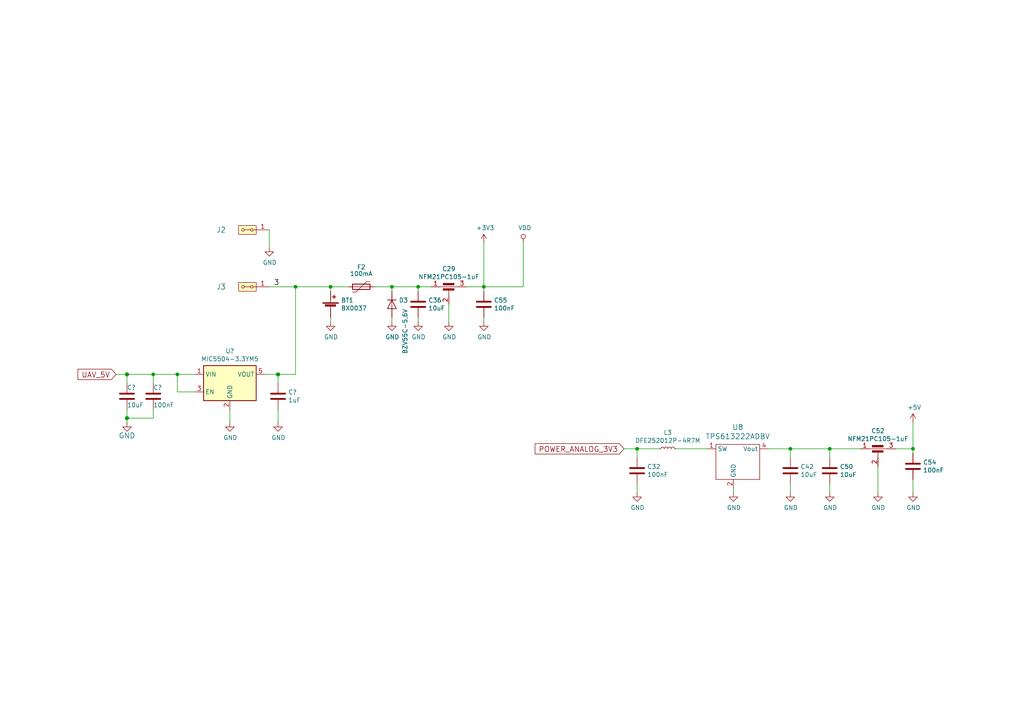
<source format=kicad_sch>
(kicad_sch (version 20211123) (generator eeschema)
  (paper "A4")
  (title_block (date "2022-03-30") (rev "SPACEDOS02B") (company "UST"))
  (lib_symbols
    (symbol "Device:Battery_Cell" (pin_numbers hide) (pin_names (offset 0) hide)
      (property "Reference" "BT" (at 2.54 2.54 0))
      (property "Value" "Battery_Cell" (at 2.54 0 0))
      (symbol "Battery_Cell_0_1"
        (rectangle (start -2.286 1.778) (end 2.286 1.524) (fill (type outline)))
        (rectangle (start -1.5748 1.1938) (end 1.4732 0.6858) (fill (type outline)))
        (polyline (pts (xy 0 0.762) (xy 0 0)))
        (polyline (pts (xy 0 1.778) (xy 0 2.54)))
        (polyline (pts (xy 0.508 3.429) (xy 1.524 3.429)) (stroke (width 0.254)))
        (polyline (pts (xy 1.016 3.937) (xy 1.016 2.921)) (stroke (width 0.254)))
      )
      (symbol "Battery_Cell_1_1"
        (pin passive line (at 0 5.08 270) (length 2.54) (name "+") (number "1"))
        (pin passive line (at 0 -2.54 90) (length 2.54) (name "-") (number "2"))
      )
    )
    (symbol "Device:C" (pin_numbers hide) (pin_names (offset 0.254))
      (property "Reference" "C" (at 0.635 2.54 0))
      (property "Value" "C" (at 0.635 -2.54 0))
      (symbol "C_0_1"
        (polyline (pts (xy -2.032 -0.762) (xy 2.032 -0.762)) (stroke (width 0.508)))
        (polyline (pts (xy -2.032 0.762) (xy 2.032 0.762)) (stroke (width 0.508)))
      )
      (symbol "C_1_1"
        (pin passive line (at 0 3.81 270) (length 2.794) (name "~") (number "1"))
        (pin passive line (at 0 -3.81 90) (length 2.794) (name "~") (number "2"))
      )
    )
    (symbol "Device:L_Small" (pin_numbers hide) (pin_names (offset 0.254) hide)
      (property "Reference" "L" (at 0.762 1.016 0))
      (property "Value" "L_Small" (at 0.762 -1.016 0))
      (symbol "L_Small_0_1"
        (arc (start 0 -2.032) (mid 0.508 -1.524) (end 0 -1.016))
        (arc (start 0 -1.016) (mid 0.508 -0.508) (end 0 0))
        (arc (start 0 0) (mid 0.508 0.508) (end 0 1.016))
        (arc (start 0 1.016) (mid 0.508 1.524) (end 0 2.032))
      )
      (symbol "L_Small_1_1"
        (pin passive line (at 0 2.54 270) (length 0.508) (name "~") (number "1"))
        (pin passive line (at 0 -2.54 90) (length 0.508) (name "~") (number "2"))
      )
    )
    (symbol "MLAB_HEADER:HEADER_2x01_PARALLEL" (pin_names (offset 1.016))
      (property "Reference" "J" (at 0 -2.54 0))
      (property "Value" "HEADER_2x01_PARALLEL" (at 0 2.54 0))
      (symbol "HEADER_2x01_PARALLEL_0_1"
        (rectangle (start -2.54 1.27) (end 2.54 -1.27) (fill (type background)))
        (circle (center -1.27 0) (radius 0.381))
        (polyline (pts (xy -1.651 0) (xy -2.54 0)))
        (polyline (pts (xy -0.889 0) (xy 0.889 0)))
        (circle (center 1.27 0) (radius 0.381))
      )
      (symbol "HEADER_2x01_PARALLEL_1_1"
        (pin input line (at -6.35 0 0) (length 3.81) (name "~") (number "1"))
        (pin input line (at -6.35 0 0) (length 3.81) hide (name "~") (number "2"))
      )
    )
    (symbol "MLAB_IO:TPS61322xA"
      (property "Reference" "U" (at 0 0 0))
      (property "Value" "TPS61322xA" (at 7.62 7.62 0))
      (symbol "TPS61322xA_0_1"
        (rectangle (start -5.08 3.81) (end 7.62 -6.35))
      )
      (symbol "TPS61322xA_1_1"
        (pin unspecified line (at -7.62 2.54 0) (length 2.54) (name "SW") (number "1"))
        (pin unspecified line (at 0 -8.89 90) (length 2.54) (name "GND") (number "2"))
        (pin unspecified line (at 10.16 2.54 180) (length 2.54) (name "Vout") (number "4"))
      )
    )
    (symbol "Regulator_Linear:MIC5504-3.3YM5"
      (property "Reference" "U" (at -7.62 8.89 0))
      (property "Value" "MIC5504-3.3YM5" (at -7.62 6.35 0))
      (symbol "MIC5504-3.3YM5_0_1"
        (rectangle (start -7.62 -5.08) (end 7.62 5.08) (stroke (width 0.254)) (fill (type background)))
      )
      (symbol "MIC5504-3.3YM5_1_1"
        (pin power_in line (at -10.16 2.54 0) (length 2.54) (name "VIN") (number "1"))
        (pin power_in line (at 0 -7.62 90) (length 2.54) (name "GND") (number "2"))
        (pin input line (at -10.16 -2.54 0) (length 2.54) (name "EN") (number "3"))
        (pin no_connect line (at 7.62 -2.54 180) (length 2.54) hide (name "NC") (number "4"))
        (pin power_out line (at 10.16 2.54 180) (length 2.54) (name "VOUT") (number "5"))
      )
    )
    (symbol "SPACEDOS02A_PCB01A-rescue:C-device-DATALOGGER01A-rescue-CCP2019V01A-rescue-SPACEDOS01A_PCB01A-rescue-SPACEDOS01B_PCB01A-rescue" (pin_numbers hide) (pin_names (offset 0.254))
      (property "Reference" "C" (at 0.635 2.54 0))
      (property "Value" "C-device-DATALOGGER01A-rescue-CCP2019V01A-rescue-SPACEDOS01A_PCB01A-rescue-SPACEDOS01B_PCB01A-rescue" (at 0.635 -2.54 0))
      (symbol "C-device-DATALOGGER01A-rescue-CCP2019V01A-rescue-SPACEDOS01A_PCB01A-rescue-SPACEDOS01B_PCB01A-rescue_0_1"
        (polyline (pts (xy -2.032 -0.762) (xy 2.032 -0.762)) (stroke (width 0.508)))
        (polyline (pts (xy -2.032 0.762) (xy 2.032 0.762)) (stroke (width 0.508)))
      )
      (symbol "C-device-DATALOGGER01A-rescue-CCP2019V01A-rescue-SPACEDOS01A_PCB01A-rescue-SPACEDOS01B_PCB01A-rescue_1_1"
        (pin passive line (at 0 3.81 270) (length 2.794) (name "~") (number "1"))
        (pin passive line (at 0 -3.81 90) (length 2.794) (name "~") (number "2"))
      )
    )
    (symbol "SPACEDOS02A_PCB01A-rescue:D-device-DATALOGGER01A-rescue-CCP2019V01A-rescue-SPACEDOS01A_PCB01A-rescue-SPACEDOS01B_PCB01A-rescue" (pin_numbers hide) (pin_names (offset 1.016) hide)
      (property "Reference" "D" (at 0 2.54 0))
      (property "Value" "D-device-DATALOGGER01A-rescue-CCP2019V01A-rescue-SPACEDOS01A_PCB01A-rescue-SPACEDOS01B_PCB01A-rescue" (at 0 -2.54 0))
      (symbol "D-device-DATALOGGER01A-rescue-CCP2019V01A-rescue-SPACEDOS01A_PCB01A-rescue-SPACEDOS01B_PCB01A-rescue_0_1"
        (polyline (pts (xy -1.27 1.27) (xy -1.27 -1.27)) (stroke (width 0.2032)))
        (polyline (pts (xy 1.27 0) (xy -1.27 0)))
        (polyline (pts (xy 1.27 1.27) (xy 1.27 -1.27) (xy -1.27 0) (xy 1.27 1.27)) (stroke (width 0.2032)))
      )
      (symbol "D-device-DATALOGGER01A-rescue-CCP2019V01A-rescue-SPACEDOS01A_PCB01A-rescue-SPACEDOS01B_PCB01A-rescue_1_1"
        (pin passive line (at -3.81 0 0) (length 2.54) (name "K") (number "1"))
        (pin passive line (at 3.81 0 180) (length 2.54) (name "A") (number "2"))
      )
    )
    (symbol "SPACEDOS02A_PCB01A-rescue:EMI_Filter_C-device-DATALOGGER01A-rescue-CCP2019V01A-rescue-SPACEDOS01A_PCB01A-rescue-SPACEDOS01B_PCB01A-rescue" (pin_names (offset 0.254) hide)
      (property "Reference" "C" (at 0 7.62 0))
      (property "Value" "EMI_Filter_C-device-DATALOGGER01A-rescue-CCP2019V01A-rescue-SPACEDOS01A_PCB01A-rescue-SPACEDOS01B_PCB01A-rescue" (at 0 5.715 0))
      (symbol "EMI_Filter_C-device-DATALOGGER01A-rescue-CCP2019V01A-rescue-SPACEDOS01A_PCB01A-rescue-SPACEDOS01B_PCB01A-rescue_0_1"
        (rectangle (start -1.651 1.524) (end 1.524 2.032) (fill (type outline)))
        (polyline (pts (xy -2.54 2.54) (xy 2.54 2.54)))
        (polyline (pts (xy 0 0) (xy 0 1.778)))
        (rectangle (start 1.524 3.048) (end -1.651 3.556) (fill (type outline)))
      )
      (symbol "EMI_Filter_C-device-DATALOGGER01A-rescue-CCP2019V01A-rescue-SPACEDOS01A_PCB01A-rescue-SPACEDOS01B_PCB01A-rescue_1_1"
        (pin passive line (at -5.08 2.54 0) (length 2.54) (name "1") (number "1"))
        (pin passive line (at 0 -2.54 90) (length 2.54) (name "2") (number "2"))
        (pin passive line (at 5.08 2.54 180) (length 2.54) (name "3") (number "3"))
      )
    )
    (symbol "SPACEDOS02A_PCB01A-rescue:Polyfuse-device-DATALOGGER01A-rescue-CCP2019V01A-rescue-SPACEDOS01A_PCB01A-rescue-SPACEDOS01B_PCB01A-rescue-SPACEDOS01B_PCB01A-rescue" (pin_numbers hide) (pin_names (offset 0))
      (property "Reference" "F" (at -2.54 0 90))
      (property "Value" "Polyfuse-device-DATALOGGER01A-rescue-CCP2019V01A-rescue-SPACEDOS01A_PCB01A-rescue-SPACEDOS01B_PCB01A-rescue-SPACEDOS01B_PCB01A-rescue" (at 2.54 0 90))
      (symbol "Polyfuse-device-DATALOGGER01A-rescue-CCP2019V01A-rescue-SPACEDOS01A_PCB01A-rescue-SPACEDOS01B_PCB01A-rescue-SPACEDOS01B_PCB01A-rescue_0_1"
        (rectangle (start -0.762 2.54) (end 0.762 -2.54) (stroke (width 0.254)))
        (polyline (pts (xy 0 2.54) (xy 0 -2.54)))
        (polyline (pts (xy -1.524 2.54) (xy -1.524 1.524) (xy 1.524 -1.524) (xy 1.524 -2.54)))
      )
      (symbol "Polyfuse-device-DATALOGGER01A-rescue-CCP2019V01A-rescue-SPACEDOS01A_PCB01A-rescue-SPACEDOS01B_PCB01A-rescue-SPACEDOS01B_PCB01A-rescue_1_1"
        (pin passive line (at 0 3.81 270) (length 1.27) (name "~") (number "1"))
        (pin passive line (at 0 -3.81 90) (length 1.27) (name "~") (number "2"))
      )
    )
    (symbol "power:+3.3V" (power) (pin_names (offset 0))
      (property "Value" "+3.3V" (at 0 3.556 0))
      (symbol "+3.3V_0_1"
        (polyline (pts (xy -0.762 1.27) (xy 0 2.54)))
        (polyline (pts (xy 0 0) (xy 0 2.54)))
        (polyline (pts (xy 0 2.54) (xy 0.762 1.27)))
      )
      (symbol "+3.3V_1_1"
        (pin power_in line (at 0 0 90) (length 0) hide (name "+3V3") (number "1"))
      )
    )
    (symbol "power:+5V" (power) (pin_names (offset 0))
      (property "Value" "+5V" (at 0 3.556 0))
      (symbol "+5V_0_1"
        (polyline (pts (xy -0.762 1.27) (xy 0 2.54)))
        (polyline (pts (xy 0 0) (xy 0 2.54)))
        (polyline (pts (xy 0 2.54) (xy 0.762 1.27)))
      )
      (symbol "+5V_1_1"
        (pin power_in line (at 0 0 90) (length 0) hide (name "+5V") (number "1"))
      )
    )
    (symbol "power:GND" (power) (pin_names (offset 0))
      (property "Value" "GND" (at 0 -3.81 0))
      (symbol "GND_0_1"
        (polyline (pts (xy 0 0) (xy 0 -1.27) (xy 1.27 -1.27) (xy 0 -2.54) (xy -1.27 -1.27) (xy 0 -1.27)))
      )
      (symbol "GND_1_1"
        (pin power_in line (at 0 0 270) (length 0) hide (name "GND") (number "1"))
      )
    )
    (symbol "power:VDD" (power) (pin_names (offset 0))
      (property "Value" "VDD" (at 0 3.81 0))
      (symbol "VDD_0_1"
        (polyline (pts (xy 0 0) (xy 0 1.27)))
        (circle (center 0 1.905) (radius 0.635))
      )
      (symbol "VDD_1_1"
        (pin power_in line (at 0 0 90) (length 0) hide (name "VDD") (number "1"))
      )
    )
  )
  (junction (at 36.83 108.585) (diameter 1.016))
  (junction (at 44.45 108.585))
  (junction (at 140.335 83.185))
  (junction (at 85.725 83.185))
  (junction (at 80.645 108.585) (diameter 1.016))
  (junction (at 229.235 130.175))
  (junction (at 51.435 108.585))
  (junction (at 264.795 130.175))
  (junction (at 121.285 83.185))
  (junction (at 95.885 83.185))
  (junction (at 36.83 121.285) (diameter 1.016))
  (junction (at 113.665 83.185))
  (junction (at 184.785 130.175))
  (junction (at 240.665 130.175))
  (wire (pts (xy 80.645 108.585) (xy 85.725 108.585)))
  (wire (pts (xy 254.635 135.255) (xy 254.635 142.875)))
  (wire (pts (xy 36.83 111.125) (xy 36.83 108.585)))
  (wire (pts (xy 240.665 130.175) (xy 249.555 130.175)))
  (wire (pts (xy 113.665 93.345) (xy 113.665 92.075)))
  (wire (pts (xy 85.725 83.185) (xy 85.725 108.585)))
  (wire (pts (xy 56.515 108.585) (xy 51.435 108.585)))
  (wire (pts (xy 36.83 121.285) (xy 44.45 121.285)))
  (wire (pts (xy 66.675 118.745) (xy 66.675 122.555)))
  (wire (pts (xy 95.885 92.075) (xy 95.885 93.345)))
  (wire (pts (xy 140.335 70.485) (xy 140.335 83.185)))
  (wire (pts (xy 113.665 83.185) (xy 121.285 83.185)))
  (wire (pts (xy 229.235 130.175) (xy 240.665 130.175)))
  (wire (pts (xy 212.725 142.875) (xy 212.725 141.605)))
  (wire (pts (xy 140.335 93.345) (xy 140.335 92.075)))
  (wire (pts (xy 78.105 83.185) (xy 85.725 83.185)))
  (wire (pts (xy 85.725 83.185) (xy 95.885 83.185)))
  (wire (pts (xy 222.885 130.175) (xy 229.235 130.175)))
  (wire (pts (xy 184.785 130.175) (xy 191.135 130.175)))
  (wire (pts (xy 51.435 113.665) (xy 51.435 108.585)))
  (wire (pts (xy 95.885 83.185) (xy 100.965 83.185)))
  (wire (pts (xy 240.665 132.715) (xy 240.665 130.175)))
  (wire (pts (xy 113.665 84.455) (xy 113.665 83.185)))
  (wire (pts (xy 36.83 121.285) (xy 36.83 122.555)))
  (wire (pts (xy 180.975 130.175) (xy 184.785 130.175)))
  (wire (pts (xy 121.285 83.185) (xy 125.095 83.185)))
  (wire (pts (xy 44.45 111.125) (xy 44.45 108.585)))
  (wire (pts (xy 44.45 118.745) (xy 44.45 121.285)))
  (wire (pts (xy 76.835 108.585) (xy 80.645 108.585)))
  (wire (pts (xy 135.255 83.185) (xy 140.335 83.185)))
  (wire (pts (xy 229.235 132.715) (xy 229.235 130.175)))
  (wire (pts (xy 259.715 130.175) (xy 264.795 130.175)))
  (wire (pts (xy 44.45 108.585) (xy 51.435 108.585)))
  (wire (pts (xy 108.585 83.185) (xy 113.665 83.185)))
  (wire (pts (xy 196.215 130.175) (xy 205.105 130.175)))
  (wire (pts (xy 151.765 83.185) (xy 151.765 70.485)))
  (wire (pts (xy 140.335 83.185) (xy 140.335 84.455)))
  (wire (pts (xy 130.175 88.265) (xy 130.175 93.345)))
  (wire (pts (xy 184.785 140.335) (xy 184.785 142.875)))
  (wire (pts (xy 80.645 108.585) (xy 80.645 111.125)))
  (wire (pts (xy 36.83 118.745) (xy 36.83 121.285)))
  (wire (pts (xy 78.105 66.675) (xy 78.105 71.755)))
  (wire (pts (xy 121.285 92.075) (xy 121.285 93.345)))
  (wire (pts (xy 229.235 142.875) (xy 229.235 140.335)))
  (wire (pts (xy 240.665 142.875) (xy 240.665 140.335)))
  (wire (pts (xy 140.335 83.185) (xy 151.765 83.185)))
  (wire (pts (xy 264.795 122.555) (xy 264.795 130.175)))
  (wire (pts (xy 264.795 139.065) (xy 264.795 142.875)))
  (wire (pts (xy 95.885 84.455) (xy 95.885 83.185)))
  (wire (pts (xy 264.795 130.175) (xy 264.795 131.445)))
  (wire (pts (xy 121.285 84.455) (xy 121.285 83.185)))
  (wire (pts (xy 184.785 130.175) (xy 184.785 132.715)))
  (wire (pts (xy 56.515 113.665) (xy 51.435 113.665)))
  (wire (pts (xy 80.645 118.745) (xy 80.645 122.555)))
  (wire (pts (xy 36.83 108.585) (xy 44.45 108.585)))
  (wire (pts (xy 33.655 108.585) (xy 36.83 108.585)))
  (label "3" (at 79.375 83.185 0) (effects (font (size 1.524 1.524))))
  (global_label "POWER_ANALOG_3V3" (shape input) (at 180.975 130.175 180) (effects (font (size 1.524 1.524))) (property "Intersheet References" "${INTERSHEET_REFS}" (effects hide)))
  (global_label "UAV_5V" (shape input) (at 33.655 108.585 180) (effects (font (size 1.524 1.524))) (property "Intersheet References" "${INTERSHEET_REFS}" (effects hide)))
  (symbol (lib_id "SPACEDOS02A_PCB01A-rescue:D-device-DATALOGGER01A-rescue-CCP2019V01A-rescue-SPACEDOS01A_PCB01A-rescue-SPACEDOS01B_PCB01A-rescue") (at 113.665 88.265 270) (unit 1)
    (property "Reference" "D3" (at 115.6716 87.0966 90) (effects (justify left)))
    (property "Value" "BZV55C-5,6V" (at 117.475 89.535 0) (effects (justify left)))
    (property "Footprint" "Diode_SMD:D_MiniMELF" (effects hide))
    (property "UST_ID" "5c70984512875079b91f88b2" (effects hide))
  )
  (symbol (lib_id "power:GND") (at 113.665 93.345 0) (unit 1)
    (property "Reference" "#PWR0113" (effects hide))
    (property "Value" "GND" (at 113.792 97.7392 0))
  )
  (symbol (lib_id "SPACEDOS02A_PCB01A-rescue:EMI_Filter_C-device-DATALOGGER01A-rescue-CCP2019V01A-rescue-SPACEDOS01A_PCB01A-rescue-SPACEDOS01B_PCB01A-rescue") (at 130.175 85.725 0) (unit 1)
    (property "Reference" "C29" (at 130.175 77.978 0))
    (property "Value" "NFM21PC105-1uF" (at 130.175 80.2894 0))
    (property "Footprint" "Mlab_L:FIR_0805" (effects hide))
    (property "Datasheet" "http://www.murata.com/~/media/webrenewal/support/library/catalog/products/emc/emifil/c31e.ashx?la=en-gb" (effects hide))
    (property "UST_ID" "5c70984412875079b91f880f" (effects hide))
  )
  (symbol (lib_id "SPACEDOS02A_PCB01A-rescue:C-device-DATALOGGER01A-rescue-CCP2019V01A-rescue-SPACEDOS01A_PCB01A-rescue-SPACEDOS01B_PCB01A-rescue") (at 140.335 88.265 0) (unit 1)
    (property "Reference" "C55" (at 143.256 87.0966 0) (effects (justify left)))
    (property "Value" "100nF" (at 143.256 89.408 0) (effects (justify left)))
    (property "Footprint" "Mlab_R:SMD-0805" (effects hide))
    (property "UST_ID" "5c70984712875079b91f8b4c" (effects hide))
  )
  (symbol (lib_id "power:GND") (at 121.285 93.345 0) (unit 1)
    (property "Reference" "#PWR0114" (effects hide))
    (property "Value" "GND" (at 121.412 97.7392 0))
  )
  (symbol (lib_id "power:GND") (at 140.335 93.345 0) (unit 1)
    (property "Reference" "#PWR0137" (effects hide))
    (property "Value" "GND" (at 140.462 97.7392 0))
  )
  (symbol (lib_id "power:GND") (at 130.175 93.345 0) (unit 1)
    (property "Reference" "#PWR0139" (effects hide))
    (property "Value" "GND" (at 130.302 97.7392 0))
  )
  (symbol (lib_id "SPACEDOS02A_PCB01A-rescue:Polyfuse-device-DATALOGGER01A-rescue-CCP2019V01A-rescue-SPACEDOS01A_PCB01A-rescue-SPACEDOS01B_PCB01A-rescue-SPACEDOS01B_PCB01A-rescue") (at 104.775 83.185 270) (unit 1)
    (property "Reference" "F2" (at 104.775 77.47 90))
    (property "Value" "100mA" (at 104.775 79.375 90))
    (property "Footprint" "Mlab_R:SMD-0805" (effects hide))
    (property "UST_ID" "5cc331a7128750448e54e8fa" (effects hide))
  )
  (symbol (lib_id "MLAB_HEADER:HEADER_2x01_PARALLEL") (at 71.755 83.185 180) (unit 1)
    (property "Reference" "J3" (at 64.135 83.185 0) (effects (font (size 1.524 1.524))))
    (property "Value" "HEADER_2x01_PARALLEL" (effects hide))
    (property "Footprint" "Mlab_Pin_Headers:Straight_1x02" (effects hide))
  )
  (symbol (lib_id "MLAB_HEADER:HEADER_2x01_PARALLEL") (at 71.755 66.675 180) (unit 1)
    (property "Reference" "J2" (at 64.135 66.675 0) (effects (font (size 1.524 1.524))))
    (property "Value" "HEADER_2x01_PARALLEL" (effects hide))
    (property "Footprint" "Mlab_Pin_Headers:Straight_1x02" (effects hide))
  )
  (symbol (lib_id "power:GND") (at 78.105 71.755 0) (unit 1)
    (property "Reference" "#PWR0141" (effects hide))
    (property "Value" "GND" (at 78.232 76.1492 0))
  )
  (symbol (lib_id "power:+3.3V") (at 140.335 70.485 0) (unit 1)
    (property "Reference" "#PWR0173" (effects hide))
    (property "Value" "+3.3V" (at 140.716 66.0908 0))
  )
  (symbol (lib_id "power:VDD") (at 151.765 70.485 0) (unit 1)
    (property "Reference" "#PWR0174" (effects hide))
    (property "Value" "VDD" (at 152.1968 66.0908 0))
  )
  (symbol (lib_id "SPACEDOS02A_PCB01A-rescue:C-device-DATALOGGER01A-rescue-CCP2019V01A-rescue-SPACEDOS01A_PCB01A-rescue-SPACEDOS01B_PCB01A-rescue") (at 121.285 88.265 0) (unit 1)
    (property "Reference" "C36" (at 124.206 87.0966 0) (effects (justify left)))
    (property "Value" "10uF" (at 124.206 89.408 0) (effects (justify left)))
    (property "Footprint" "Mlab_R:SMD-0805" (effects hide))
    (property "UST_ID" "5c70984812875079b91f8bbd" (effects hide))
  )
  (symbol (lib_id "power:+5V") (at 264.795 122.555 0) (unit 1)
    (property "Reference" "#PWR0152" (effects hide))
    (property "Value" "+5V" (at 265.176 118.1608 0))
  )
  (symbol (lib_id "Device:L_Small") (at 193.675 130.175 90) (unit 1)
    (property "Reference" "L3" (at 193.675 125.476 90))
    (property "Value" "DFE252012P-4R7M" (at 193.675 127.7874 90))
    (property "Footprint" "Resistor_SMD:R_0805_2012Metric_Pad1.15x1.40mm_HandSolder" (effects hide))
    (property "UST_ID" "5cc3309d128750448e54e8d8" (effects hide))
  )
  (symbol (lib_id "MLAB_IO:TPS61322xA") (at 212.725 132.715 0) (unit 1)
    (property "Reference" "U8" (at 213.995 123.9012 0) (effects (font (size 1.524 1.524))))
    (property "Value" "TPS613222ADBV" (at 213.995 126.5936 0) (effects (font (size 1.524 1.524))))
    (property "Footprint" "Package_TO_SOT_SMD:SOT-23-5" (effects hide))
    (property "UST_ID" "5c7190ae1287500b4e112e04" (effects hide))
  )
  (symbol (lib_id "SPACEDOS02A_PCB01A-rescue:C-device-DATALOGGER01A-rescue-CCP2019V01A-rescue-SPACEDOS01A_PCB01A-rescue-SPACEDOS01B_PCB01A-rescue") (at 229.235 136.525 0) (unit 1)
    (property "Reference" "C42" (at 232.156 135.3566 0) (effects (justify left)))
    (property "Value" "10uF" (at 232.156 137.668 0) (effects (justify left)))
    (property "Footprint" "Mlab_R:SMD-0805" (effects hide))
    (property "UST_ID" "5c70984812875079b91f8bbd" (effects hide))
  )
  (symbol (lib_id "SPACEDOS02A_PCB01A-rescue:C-device-DATALOGGER01A-rescue-CCP2019V01A-rescue-SPACEDOS01A_PCB01A-rescue-SPACEDOS01B_PCB01A-rescue") (at 240.665 136.525 0) (unit 1)
    (property "Reference" "C50" (at 243.586 135.3566 0) (effects (justify left)))
    (property "Value" "10uF" (at 243.586 137.668 0) (effects (justify left)))
    (property "Footprint" "Mlab_R:SMD-0805" (effects hide))
    (property "UST_ID" "5c70984812875079b91f8bbd" (effects hide))
  )
  (symbol (lib_id "power:GND") (at 212.725 142.875 0) (unit 1)
    (property "Reference" "#PWR0163" (effects hide))
    (property "Value" "GND" (at 212.852 147.2692 0))
  )
  (symbol (lib_id "power:GND") (at 229.235 142.875 0) (unit 1)
    (property "Reference" "#PWR0164" (effects hide))
    (property "Value" "GND" (at 229.362 147.2692 0))
  )
  (symbol (lib_id "power:GND") (at 240.665 142.875 0) (unit 1)
    (property "Reference" "#PWR0166" (effects hide))
    (property "Value" "GND" (at 240.792 147.2692 0))
  )
  (symbol (lib_id "SPACEDOS02A_PCB01A-rescue:C-device-DATALOGGER01A-rescue-CCP2019V01A-rescue-SPACEDOS01A_PCB01A-rescue-SPACEDOS01B_PCB01A-rescue") (at 184.785 136.525 0) (unit 1)
    (property "Reference" "C32" (at 187.706 135.3566 0) (effects (justify left)))
    (property "Value" "100nF" (at 187.706 137.668 0) (effects (justify left)))
    (property "Footprint" "Mlab_R:SMD-0805" (effects hide))
    (property "UST_ID" "5c70984712875079b91f8b4c" (effects hide))
  )
  (symbol (lib_id "power:GND") (at 184.785 142.875 0) (unit 1)
    (property "Reference" "#PWR0168" (effects hide))
    (property "Value" "GND" (at 184.912 147.2692 0))
  )
  (symbol (lib_id "SPACEDOS02A_PCB01A-rescue:EMI_Filter_C-device-DATALOGGER01A-rescue-CCP2019V01A-rescue-SPACEDOS01A_PCB01A-rescue-SPACEDOS01B_PCB01A-rescue") (at 254.635 132.715 0) (unit 1)
    (property "Reference" "C52" (at 254.635 124.968 0))
    (property "Value" "NFM21PC105-1uF" (at 254.635 127.2794 0))
    (property "Footprint" "Mlab_L:FIR_0805" (effects hide))
    (property "Datasheet" "http://www.murata.com/~/media/webrenewal/support/library/catalog/products/emc/emifil/c31e.ashx?la=en-gb" (effects hide))
    (property "UST_ID" "5c70984412875079b91f880f" (effects hide))
  )
  (symbol (lib_id "SPACEDOS02A_PCB01A-rescue:C-device-DATALOGGER01A-rescue-CCP2019V01A-rescue-SPACEDOS01A_PCB01A-rescue-SPACEDOS01B_PCB01A-rescue") (at 264.795 135.255 0) (unit 1)
    (property "Reference" "C54" (at 267.716 134.0866 0) (effects (justify left)))
    (property "Value" "100nF" (at 267.716 136.398 0) (effects (justify left)))
    (property "Footprint" "Mlab_R:SMD-0805" (effects hide))
    (property "UST_ID" "5c70984712875079b91f8b4c" (effects hide))
  )
  (symbol (lib_id "power:GND") (at 264.795 142.875 0) (unit 1)
    (property "Reference" "#PWR0170" (effects hide))
    (property "Value" "GND" (at 264.922 147.2692 0))
  )
  (symbol (lib_id "power:GND") (at 254.635 142.875 0) (unit 1)
    (property "Reference" "#PWR0171" (effects hide))
    (property "Value" "GND" (at 254.762 147.2692 0))
  )
  (symbol (lib_id "Device:Battery_Cell") (at 95.885 89.535 0) (unit 1)
    (property "Reference" "BT1" (at 98.8822 87.0966 0) (effects (justify left)))
    (property "Value" "BX0037" (at 98.8822 89.408 0) (effects (justify left)))
    (property "Footprint" "Mlab_Batery:BX0037_nez_sroubu" (effects hide))
    (property "UST_ID" "5c70984412875079b91f87ed" (effects hide))
  )
  (symbol (lib_id "power:GND") (at 95.885 93.345 0) (unit 1)
    (property "Reference" "#PWR0138" (effects hide))
    (property "Value" "GND" (at 96.012 97.7392 0))
  )
  (symbol (lib_id "Device:C") (at 36.83 114.935 0) (unit 1)
    (property "Reference" "C?" (at 36.83 112.395 0) (effects (justify left)))
    (property "Value" "10uF" (at 36.83 117.475 0) (effects (justify left)))
    (property "Footprint" "Mlab_R:SMD-0805" (effects hide))
    (property "UST_ID" "5c70984812875079b91f8bbd" (effects hide))
  )
  (symbol (lib_id "power:GND") (at 66.675 122.555 0) (unit 1)
    (property "Reference" "#PWR?" (effects hide))
    (property "Value" "GND" (at 66.802 126.9492 0))
  )
  (symbol (lib_id "Device:C") (at 80.645 114.935 0) (unit 1)
    (property "Reference" "C?" (at 83.566 113.7666 0) (effects (justify left)))
    (property "Value" "1uF" (at 83.566 116.078 0) (effects (justify left)))
    (property "Footprint" "Mlab_R:SMD-0603" (effects hide))
    (property "UST_ID" "5c70984812875079b91f8bc2" (effects hide))
  )
  (symbol (lib_id "Device:C") (at 44.45 114.935 0) (unit 1)
    (property "Reference" "C?" (at 44.45 112.395 0) (effects (justify left)))
    (property "Value" "100nF" (at 44.45 117.475 0) (effects (justify left)))
    (property "Footprint" "Mlab_R:SMD-0603" (effects hide))
    (property "UST_ID" "5c70984812875079b91f8bf2" (effects hide))
  )
  (symbol (lib_id "power:GND") (at 80.645 122.555 0) (unit 1)
    (property "Reference" "#PWR?" (effects hide))
    (property "Value" "GND" (at 80.772 126.9492 0))
  )
  (symbol (lib_id "Regulator_Linear:MIC5504-3.3YM5") (at 66.675 111.125 0) (unit 1)
    (property "Reference" "U?" (at 66.675 101.8032 0))
    (property "Value" "MIC5504-3.3YM5" (at 66.675 104.1146 0))
    (property "Footprint" "Package_TO_SOT_SMD:SOT-23-5" (effects hide))
    (property "Datasheet" "http://ww1.microchip.com/downloads/en/DeviceDoc/MIC550X.pdf" (effects hide))
    (property "UST_ID" "5c7255e81287500b4e112ea2" (effects hide))
  )
  (symbol (lib_id "power:GND") (at 36.83 122.555 0) (unit 1)
    (property "Reference" "#PWR?" (effects hide))
    (property "Value" "GND" (at 36.83 126.365 0) (effects (font (size 1.524 1.524))))
  )
)
</source>
